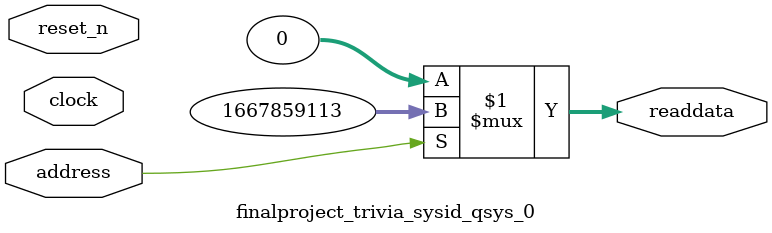
<source format=v>



// synthesis translate_off
`timescale 1ns / 1ps
// synthesis translate_on

// turn off superfluous verilog processor warnings 
// altera message_level Level1 
// altera message_off 10034 10035 10036 10037 10230 10240 10030 

module finalproject_trivia_sysid_qsys_0 (
               // inputs:
                address,
                clock,
                reset_n,

               // outputs:
                readdata
             )
;

  output  [ 31: 0] readdata;
  input            address;
  input            clock;
  input            reset_n;

  wire    [ 31: 0] readdata;
  //control_slave, which is an e_avalon_slave
  assign readdata = address ? 1667859113 : 0;

endmodule



</source>
